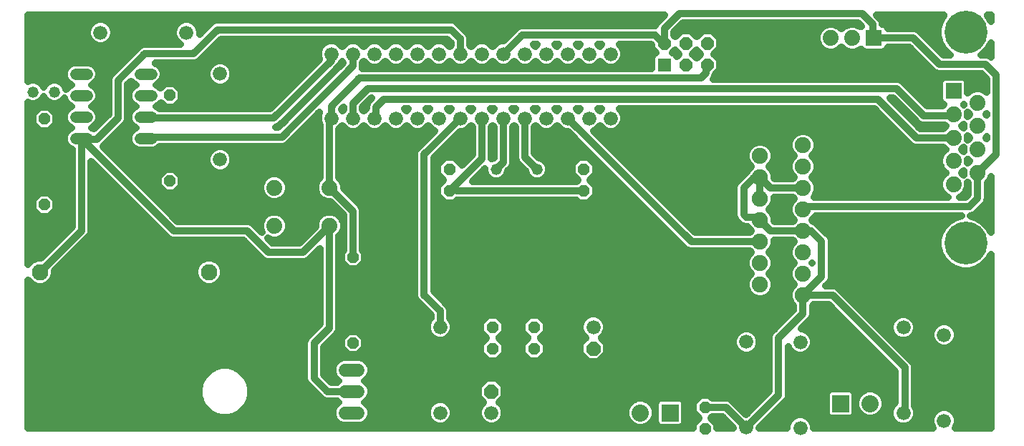
<source format=gtl>
G75*
%MOIN*%
%OFA0B0*%
%FSLAX25Y25*%
%IPPOS*%
%LPD*%
%AMOC8*
5,1,8,0,0,1.08239X$1,22.5*
%
%ADD10C,0.07677*%
%ADD11OC8,0.05600*%
%ADD12C,0.06600*%
%ADD13C,0.05200*%
%ADD14R,0.06000X0.06000*%
%ADD15OC8,0.06000*%
%ADD16R,0.07400X0.07400*%
%ADD17C,0.07400*%
%ADD18C,0.05200*%
%ADD19OC8,0.05200*%
%ADD20C,0.07480*%
%ADD21R,0.08000X0.08000*%
%ADD22C,0.08000*%
%ADD23C,0.20000*%
%ADD24C,0.06000*%
%ADD25OC8,0.06600*%
%ADD26C,0.03200*%
D10*
X0015011Y0082039D03*
X0093752Y0082039D03*
D11*
X0205661Y0120011D03*
X0205661Y0130011D03*
X0268161Y0130011D03*
X0268161Y0120011D03*
X0245100Y0056350D03*
X0225661Y0056261D03*
X0225661Y0046261D03*
X0245100Y0046350D03*
X0324539Y0018939D03*
X0324539Y0008939D03*
D12*
X0343761Y0009539D03*
X0368939Y0009411D03*
X0416911Y0016261D03*
X0435789Y0012689D03*
X0368939Y0049411D03*
X0343761Y0049539D03*
X0272600Y0056350D03*
X0201350Y0056350D03*
X0201350Y0016350D03*
X0225100Y0016350D03*
X0416911Y0056261D03*
X0435789Y0052689D03*
X0280661Y0153761D03*
X0270661Y0153761D03*
X0260661Y0153761D03*
X0250661Y0153761D03*
X0240661Y0153761D03*
X0230661Y0153761D03*
X0220661Y0153761D03*
X0210661Y0153761D03*
X0200661Y0153761D03*
X0190661Y0153761D03*
X0180661Y0153761D03*
X0170661Y0153761D03*
X0160661Y0153761D03*
X0150661Y0153761D03*
X0098761Y0134539D03*
X0098761Y0174539D03*
X0083161Y0193761D03*
X0043161Y0193761D03*
X0150661Y0183761D03*
X0160661Y0183761D03*
X0170661Y0183761D03*
X0180661Y0183761D03*
X0190661Y0183761D03*
X0200661Y0183761D03*
X0210661Y0183761D03*
X0220661Y0183761D03*
X0230661Y0183761D03*
X0240661Y0183761D03*
X0250661Y0183761D03*
X0260661Y0183761D03*
X0270661Y0183761D03*
X0280661Y0183761D03*
D13*
X0066893Y0174381D02*
X0061693Y0174381D01*
X0061693Y0164381D02*
X0066893Y0164381D01*
X0066893Y0154381D02*
X0061693Y0154381D01*
X0061693Y0144381D02*
X0066893Y0144381D01*
X0036893Y0144381D02*
X0031693Y0144381D01*
X0031693Y0154381D02*
X0036893Y0154381D01*
X0036893Y0164381D02*
X0031693Y0164381D01*
X0031693Y0174381D02*
X0036893Y0174381D01*
D14*
X0305661Y0178761D03*
D15*
X0315661Y0178761D03*
X0325661Y0178761D03*
X0325661Y0188761D03*
X0315661Y0188761D03*
X0305661Y0188761D03*
D16*
X0403161Y0191261D03*
X0440317Y0166507D03*
D17*
X0451498Y0161035D03*
X0440317Y0155602D03*
X0451498Y0150130D03*
X0440317Y0144696D03*
X0451498Y0139263D03*
X0440317Y0133791D03*
X0451498Y0128358D03*
X0440317Y0122885D03*
X0393161Y0191261D03*
X0383161Y0191261D03*
X0149711Y0121411D03*
X0124111Y0121411D03*
X0124111Y0103611D03*
X0149711Y0103611D03*
D18*
X0227411Y0130011D03*
X0246411Y0130011D03*
X0021744Y0166094D03*
X0011744Y0166094D03*
D19*
X0016980Y0153466D03*
X0075464Y0164480D03*
X0075464Y0124480D03*
X0016980Y0113466D03*
X0160789Y0088939D03*
X0160789Y0048939D03*
D20*
X0350198Y0076202D03*
X0350198Y0086202D03*
X0370198Y0081202D03*
X0370198Y0071202D03*
X0370198Y0091202D03*
X0370198Y0101202D03*
X0350198Y0096202D03*
X0350198Y0106202D03*
X0350198Y0116202D03*
X0370198Y0111202D03*
X0370198Y0121202D03*
X0350198Y0126202D03*
X0370198Y0131202D03*
X0370198Y0141202D03*
X0350198Y0136202D03*
D21*
X0387689Y0020661D03*
X0308289Y0016439D03*
D22*
X0294509Y0016439D03*
X0401468Y0020661D03*
D23*
X0445907Y0095484D03*
X0445907Y0193909D03*
D24*
X0163100Y0036350D02*
X0157100Y0036350D01*
X0157100Y0026350D02*
X0163100Y0026350D01*
X0163100Y0016350D02*
X0157100Y0016350D01*
D25*
X0225100Y0026350D03*
X0272600Y0046350D03*
D26*
X0009320Y0078432D02*
X0009320Y0009379D01*
X0318939Y0009379D01*
X0318939Y0011258D01*
X0321619Y0013939D01*
X0318939Y0016619D01*
X0318939Y0021258D01*
X0322219Y0024539D01*
X0326859Y0024539D01*
X0328059Y0023339D01*
X0335237Y0023339D01*
X0336854Y0022669D01*
X0343761Y0015762D01*
X0354450Y0026450D01*
X0354450Y0052225D01*
X0355120Y0053842D01*
X0356358Y0055080D01*
X0356358Y0055080D01*
X0365798Y0064521D01*
X0365798Y0066353D01*
X0364654Y0067498D01*
X0363658Y0069901D01*
X0363658Y0072503D01*
X0364654Y0074907D01*
X0365949Y0076202D01*
X0364654Y0077498D01*
X0363658Y0079901D01*
X0363658Y0082503D01*
X0364654Y0084907D01*
X0365949Y0086202D01*
X0364654Y0087498D01*
X0363658Y0089901D01*
X0363658Y0092503D01*
X0364654Y0094907D01*
X0365949Y0096202D01*
X0365349Y0096802D01*
X0356739Y0096802D01*
X0356739Y0094901D01*
X0355743Y0092498D01*
X0354448Y0091202D01*
X0355743Y0089907D01*
X0356739Y0087503D01*
X0356739Y0084901D01*
X0355743Y0082498D01*
X0354448Y0081202D01*
X0355743Y0079907D01*
X0356739Y0077503D01*
X0356739Y0074901D01*
X0355743Y0072498D01*
X0353903Y0070658D01*
X0351499Y0069662D01*
X0348898Y0069662D01*
X0346494Y0070658D01*
X0344654Y0072498D01*
X0343658Y0074901D01*
X0343658Y0077503D01*
X0344654Y0079907D01*
X0345949Y0081202D01*
X0344654Y0082498D01*
X0343658Y0084901D01*
X0343658Y0087503D01*
X0344654Y0089907D01*
X0345949Y0091202D01*
X0345349Y0091802D01*
X0317345Y0091802D01*
X0315728Y0092472D01*
X0314490Y0093710D01*
X0260538Y0147661D01*
X0259448Y0147661D01*
X0257206Y0148590D01*
X0255661Y0150135D01*
X0254116Y0148590D01*
X0251874Y0147661D01*
X0249448Y0147661D01*
X0247206Y0148590D01*
X0245661Y0150135D01*
X0245061Y0149535D01*
X0245061Y0137584D01*
X0247234Y0135411D01*
X0247485Y0135411D01*
X0249470Y0134589D01*
X0250989Y0133070D01*
X0251811Y0131086D01*
X0251811Y0128937D01*
X0250989Y0126953D01*
X0249470Y0125434D01*
X0247485Y0124611D01*
X0245337Y0124611D01*
X0243352Y0125434D01*
X0241833Y0126953D01*
X0241011Y0128937D01*
X0241011Y0129189D01*
X0238169Y0132031D01*
X0236931Y0133269D01*
X0236261Y0134886D01*
X0236261Y0149535D01*
X0235661Y0150135D01*
X0235061Y0149535D01*
X0235061Y0132386D01*
X0234391Y0130769D01*
X0233153Y0129531D01*
X0232811Y0129189D01*
X0232811Y0128937D01*
X0231989Y0126953D01*
X0230470Y0125434D01*
X0228485Y0124611D01*
X0226337Y0124611D01*
X0224352Y0125434D01*
X0222833Y0126953D01*
X0222011Y0128937D01*
X0222011Y0130139D01*
X0216284Y0124411D01*
X0264641Y0124411D01*
X0265241Y0125011D01*
X0262561Y0127692D01*
X0262561Y0132331D01*
X0265841Y0135611D01*
X0270481Y0135611D01*
X0273761Y0132331D01*
X0273761Y0127692D01*
X0271081Y0125011D01*
X0273761Y0122331D01*
X0273761Y0117692D01*
X0270481Y0114411D01*
X0265841Y0114411D01*
X0264641Y0115611D01*
X0209181Y0115611D01*
X0207981Y0114411D01*
X0203341Y0114411D01*
X0200061Y0117692D01*
X0200061Y0122331D01*
X0202741Y0125011D01*
X0200061Y0127692D01*
X0200061Y0132331D01*
X0203341Y0135611D01*
X0207981Y0135611D01*
X0211261Y0132331D01*
X0211261Y0131834D01*
X0216261Y0136834D01*
X0216261Y0149535D01*
X0215661Y0150135D01*
X0214116Y0148590D01*
X0211874Y0147661D01*
X0210784Y0147661D01*
X0198250Y0135128D01*
X0198250Y0073173D01*
X0203842Y0067580D01*
X0205080Y0066342D01*
X0205750Y0064725D01*
X0205750Y0060577D01*
X0206521Y0059805D01*
X0207450Y0057563D01*
X0207450Y0055137D01*
X0206521Y0052895D01*
X0204805Y0051179D01*
X0202563Y0050250D01*
X0200137Y0050250D01*
X0197895Y0051179D01*
X0196179Y0052895D01*
X0195250Y0055137D01*
X0195250Y0057563D01*
X0196179Y0059805D01*
X0196950Y0060577D01*
X0196950Y0062027D01*
X0190120Y0068858D01*
X0189450Y0070475D01*
X0189450Y0137826D01*
X0190120Y0139443D01*
X0191358Y0140681D01*
X0198663Y0147986D01*
X0197206Y0148590D01*
X0195661Y0150135D01*
X0194116Y0148590D01*
X0191874Y0147661D01*
X0189448Y0147661D01*
X0187206Y0148590D01*
X0185661Y0150135D01*
X0184116Y0148590D01*
X0181874Y0147661D01*
X0179448Y0147661D01*
X0177206Y0148590D01*
X0175661Y0150135D01*
X0174116Y0148590D01*
X0171874Y0147661D01*
X0169448Y0147661D01*
X0167206Y0148590D01*
X0165661Y0150135D01*
X0164116Y0148590D01*
X0161874Y0147661D01*
X0159448Y0147661D01*
X0157206Y0148590D01*
X0155661Y0150135D01*
X0154116Y0148590D01*
X0154111Y0148588D01*
X0154111Y0126204D01*
X0155221Y0125093D01*
X0156211Y0122704D01*
X0156211Y0121134D01*
X0164519Y0112826D01*
X0165189Y0111209D01*
X0165189Y0092175D01*
X0166189Y0091175D01*
X0166189Y0086702D01*
X0163026Y0083539D01*
X0158552Y0083539D01*
X0155389Y0086702D01*
X0155389Y0091175D01*
X0156389Y0092175D01*
X0156389Y0108511D01*
X0149988Y0114911D01*
X0148418Y0114911D01*
X0146029Y0115901D01*
X0144201Y0117729D01*
X0143211Y0120118D01*
X0143211Y0122704D01*
X0144201Y0125093D01*
X0145311Y0126204D01*
X0145311Y0150737D01*
X0144561Y0152548D01*
X0144561Y0154975D01*
X0145172Y0156449D01*
X0131330Y0142608D01*
X0130092Y0141370D01*
X0128475Y0140700D01*
X0070848Y0140700D01*
X0069952Y0139804D01*
X0067967Y0138981D01*
X0060619Y0138981D01*
X0058634Y0139804D01*
X0057115Y0141323D01*
X0056293Y0143307D01*
X0056293Y0145456D01*
X0057115Y0147440D01*
X0058634Y0148959D01*
X0059653Y0149381D01*
X0058634Y0149804D01*
X0057115Y0151323D01*
X0056293Y0153307D01*
X0056293Y0155456D01*
X0057115Y0157440D01*
X0058634Y0158959D01*
X0059653Y0159381D01*
X0058634Y0159804D01*
X0057115Y0161323D01*
X0056293Y0163307D01*
X0056293Y0165456D01*
X0057115Y0167440D01*
X0058634Y0168959D01*
X0059653Y0169381D01*
X0058634Y0169804D01*
X0057330Y0171108D01*
X0055750Y0169527D01*
X0055750Y0152975D01*
X0055080Y0151358D01*
X0045080Y0141358D01*
X0044310Y0140587D01*
X0079176Y0105720D01*
X0112255Y0105720D01*
X0113872Y0105051D01*
X0118323Y0100599D01*
X0117611Y0102318D01*
X0117611Y0104904D01*
X0118601Y0107293D01*
X0120429Y0109122D01*
X0122818Y0110111D01*
X0125404Y0110111D01*
X0127793Y0109122D01*
X0129621Y0107293D01*
X0130611Y0104904D01*
X0130611Y0102318D01*
X0129621Y0099929D01*
X0127793Y0098101D01*
X0125404Y0097111D01*
X0122818Y0097111D01*
X0121099Y0097823D01*
X0123173Y0095750D01*
X0135627Y0095750D01*
X0143211Y0103334D01*
X0143211Y0104904D01*
X0144201Y0107293D01*
X0146029Y0109122D01*
X0148418Y0110111D01*
X0151004Y0110111D01*
X0153393Y0109122D01*
X0155221Y0107293D01*
X0156211Y0104904D01*
X0156211Y0102318D01*
X0155221Y0099929D01*
X0154111Y0098819D01*
X0154111Y0055086D01*
X0153441Y0053469D01*
X0147000Y0047027D01*
X0147000Y0034423D01*
X0150673Y0030750D01*
X0153298Y0030750D01*
X0153815Y0031267D01*
X0154015Y0031350D01*
X0153815Y0031433D01*
X0152183Y0033065D01*
X0151300Y0035196D01*
X0151300Y0037504D01*
X0152183Y0039635D01*
X0153815Y0041267D01*
X0155946Y0042150D01*
X0164254Y0042150D01*
X0166385Y0041267D01*
X0168017Y0039635D01*
X0168900Y0037504D01*
X0168900Y0035196D01*
X0168017Y0033065D01*
X0166385Y0031433D01*
X0166185Y0031350D01*
X0166385Y0031267D01*
X0168017Y0029635D01*
X0168900Y0027504D01*
X0168900Y0025196D01*
X0168017Y0023065D01*
X0166385Y0021433D01*
X0166185Y0021350D01*
X0166385Y0021267D01*
X0168017Y0019635D01*
X0168900Y0017504D01*
X0168900Y0015196D01*
X0168017Y0013065D01*
X0166385Y0011433D01*
X0164254Y0010550D01*
X0155946Y0010550D01*
X0153815Y0011433D01*
X0152183Y0013065D01*
X0151300Y0015196D01*
X0151300Y0017504D01*
X0152183Y0019635D01*
X0153815Y0021267D01*
X0154015Y0021350D01*
X0153815Y0021433D01*
X0153298Y0021950D01*
X0147975Y0021950D01*
X0146358Y0022620D01*
X0145120Y0023858D01*
X0145120Y0023858D01*
X0138870Y0030108D01*
X0138200Y0031725D01*
X0138200Y0049725D01*
X0138870Y0051342D01*
X0140108Y0052580D01*
X0145311Y0057784D01*
X0145311Y0092989D01*
X0139942Y0087620D01*
X0138325Y0086950D01*
X0120475Y0086950D01*
X0118858Y0087620D01*
X0109557Y0096920D01*
X0076479Y0096920D01*
X0074862Y0097590D01*
X0038693Y0133759D01*
X0038693Y0100445D01*
X0038023Y0098828D01*
X0021650Y0082455D01*
X0021650Y0080718D01*
X0020639Y0078279D01*
X0018772Y0076411D01*
X0016332Y0075400D01*
X0013691Y0075400D01*
X0011251Y0076411D01*
X0009384Y0078279D01*
X0009320Y0078432D01*
X0009320Y0077084D02*
X0010578Y0077084D01*
X0019445Y0077084D02*
X0089318Y0077084D01*
X0089991Y0076411D02*
X0092431Y0075400D01*
X0095072Y0075400D01*
X0097512Y0076411D01*
X0099379Y0078279D01*
X0100390Y0080718D01*
X0100390Y0083359D01*
X0099379Y0085799D01*
X0097512Y0087667D01*
X0095072Y0088678D01*
X0092431Y0088678D01*
X0089991Y0087667D01*
X0088124Y0085799D01*
X0087113Y0083359D01*
X0087113Y0080718D01*
X0088124Y0078279D01*
X0089991Y0076411D01*
X0087293Y0080283D02*
X0021470Y0080283D01*
X0022677Y0083482D02*
X0087164Y0083482D01*
X0089004Y0086680D02*
X0025875Y0086680D01*
X0029074Y0089879D02*
X0116599Y0089879D01*
X0121350Y0091350D02*
X0137450Y0091350D01*
X0149711Y0103611D01*
X0149711Y0055961D01*
X0142600Y0048850D01*
X0142600Y0032600D01*
X0148850Y0026350D01*
X0160100Y0026350D01*
X0167662Y0022710D02*
X0220113Y0022710D01*
X0219000Y0023823D02*
X0221473Y0021350D01*
X0219929Y0019805D01*
X0219000Y0017563D01*
X0219000Y0015137D01*
X0219929Y0012895D01*
X0221645Y0011179D01*
X0223887Y0010250D01*
X0226313Y0010250D01*
X0228555Y0011179D01*
X0230271Y0012895D01*
X0231200Y0015137D01*
X0231200Y0017563D01*
X0230271Y0019805D01*
X0228727Y0021350D01*
X0231200Y0023823D01*
X0231200Y0028877D01*
X0227627Y0032450D01*
X0222573Y0032450D01*
X0219000Y0028877D01*
X0219000Y0023823D01*
X0219000Y0025908D02*
X0168900Y0025908D01*
X0168236Y0029107D02*
X0219230Y0029107D01*
X0222429Y0032305D02*
X0167258Y0032305D01*
X0168900Y0035504D02*
X0354450Y0035504D01*
X0354450Y0032305D02*
X0227771Y0032305D01*
X0230970Y0029107D02*
X0354450Y0029107D01*
X0353908Y0025908D02*
X0231200Y0025908D01*
X0230086Y0022710D02*
X0291880Y0022710D01*
X0290658Y0022203D02*
X0288745Y0020290D01*
X0287709Y0017791D01*
X0287709Y0015086D01*
X0288745Y0012587D01*
X0290658Y0010674D01*
X0293157Y0009639D01*
X0295862Y0009639D01*
X0298361Y0010674D01*
X0300274Y0012587D01*
X0301309Y0015086D01*
X0301309Y0017791D01*
X0300274Y0020290D01*
X0298361Y0022203D01*
X0295862Y0023239D01*
X0293157Y0023239D01*
X0290658Y0022203D01*
X0288422Y0019511D02*
X0230393Y0019511D01*
X0231200Y0016313D02*
X0287709Y0016313D01*
X0288526Y0013114D02*
X0230362Y0013114D01*
X0219838Y0013114D02*
X0206612Y0013114D01*
X0206521Y0012895D02*
X0207450Y0015137D01*
X0207450Y0017563D01*
X0206521Y0019805D01*
X0204805Y0021521D01*
X0202563Y0022450D01*
X0200137Y0022450D01*
X0197895Y0021521D01*
X0196179Y0019805D01*
X0195250Y0017563D01*
X0195250Y0015137D01*
X0196179Y0012895D01*
X0197895Y0011179D01*
X0200137Y0010250D01*
X0202563Y0010250D01*
X0204805Y0011179D01*
X0206521Y0012895D01*
X0207450Y0016313D02*
X0219000Y0016313D01*
X0219807Y0019511D02*
X0206643Y0019511D01*
X0196057Y0019511D02*
X0168068Y0019511D01*
X0168900Y0016313D02*
X0195250Y0016313D01*
X0196088Y0013114D02*
X0168038Y0013114D01*
X0152162Y0013114D02*
X0009320Y0013114D01*
X0009320Y0016313D02*
X0094285Y0016313D01*
X0093670Y0016668D02*
X0096430Y0015075D01*
X0099507Y0014250D01*
X0102693Y0014250D01*
X0105770Y0015075D01*
X0108530Y0016668D01*
X0110782Y0018920D01*
X0112375Y0021680D01*
X0113200Y0024757D01*
X0113200Y0027943D01*
X0112375Y0031020D01*
X0110782Y0033780D01*
X0108530Y0036032D01*
X0105770Y0037625D01*
X0102693Y0038450D01*
X0099507Y0038450D01*
X0096430Y0037625D01*
X0093670Y0036032D01*
X0091418Y0033780D01*
X0089825Y0031020D01*
X0089000Y0027943D01*
X0089000Y0024757D01*
X0089825Y0021680D01*
X0091418Y0018920D01*
X0093670Y0016668D01*
X0091076Y0019511D02*
X0009320Y0019511D01*
X0009320Y0022710D02*
X0089549Y0022710D01*
X0089000Y0025908D02*
X0009320Y0025908D01*
X0009320Y0029107D02*
X0089312Y0029107D01*
X0090566Y0032305D02*
X0009320Y0032305D01*
X0009320Y0035504D02*
X0093142Y0035504D01*
X0109058Y0035504D02*
X0138200Y0035504D01*
X0138200Y0032305D02*
X0111634Y0032305D01*
X0112888Y0029107D02*
X0139871Y0029107D01*
X0143069Y0025908D02*
X0113200Y0025908D01*
X0112651Y0022710D02*
X0146268Y0022710D01*
X0152132Y0019511D02*
X0111124Y0019511D01*
X0107915Y0016313D02*
X0151300Y0016313D01*
X0152942Y0032305D02*
X0149117Y0032305D01*
X0147000Y0035504D02*
X0151300Y0035504D01*
X0151797Y0038702D02*
X0147000Y0038702D01*
X0147000Y0041901D02*
X0155345Y0041901D01*
X0158552Y0043539D02*
X0163026Y0043539D01*
X0166189Y0046702D01*
X0166189Y0051175D01*
X0163026Y0054339D01*
X0158552Y0054339D01*
X0155389Y0051175D01*
X0155389Y0046702D01*
X0158552Y0043539D01*
X0156991Y0045099D02*
X0147000Y0045099D01*
X0148270Y0048298D02*
X0155389Y0048298D01*
X0155710Y0051496D02*
X0151469Y0051496D01*
X0153949Y0054695D02*
X0195433Y0054695D01*
X0197577Y0051496D02*
X0165868Y0051496D01*
X0166189Y0048298D02*
X0220061Y0048298D01*
X0220061Y0048581D02*
X0220061Y0043942D01*
X0223341Y0040661D01*
X0227981Y0040661D01*
X0231261Y0043942D01*
X0231261Y0048581D01*
X0228581Y0051261D01*
X0231261Y0053942D01*
X0231261Y0058581D01*
X0227981Y0061861D01*
X0223341Y0061861D01*
X0220061Y0058581D01*
X0220061Y0053942D01*
X0222741Y0051261D01*
X0220061Y0048581D01*
X0220061Y0045099D02*
X0164587Y0045099D01*
X0164855Y0041901D02*
X0222102Y0041901D01*
X0229220Y0041901D02*
X0241630Y0041901D01*
X0242780Y0040750D02*
X0247420Y0040750D01*
X0250700Y0044030D01*
X0250700Y0048670D01*
X0248020Y0051350D01*
X0250700Y0054030D01*
X0250700Y0058670D01*
X0247420Y0061950D01*
X0242780Y0061950D01*
X0239500Y0058670D01*
X0239500Y0054030D01*
X0242180Y0051350D01*
X0239500Y0048670D01*
X0239500Y0044030D01*
X0242780Y0040750D01*
X0248570Y0041901D02*
X0268422Y0041901D01*
X0270073Y0040250D02*
X0266500Y0043823D01*
X0266500Y0048877D01*
X0268973Y0051350D01*
X0267429Y0052895D01*
X0266500Y0055137D01*
X0266500Y0057563D01*
X0267429Y0059805D01*
X0269145Y0061521D01*
X0271387Y0062450D01*
X0273813Y0062450D01*
X0276055Y0061521D01*
X0277771Y0059805D01*
X0278700Y0057563D01*
X0278700Y0055137D01*
X0277771Y0052895D01*
X0276227Y0051350D01*
X0278700Y0048877D01*
X0278700Y0043823D01*
X0275127Y0040250D01*
X0270073Y0040250D01*
X0276778Y0041901D02*
X0354450Y0041901D01*
X0354450Y0038702D02*
X0168403Y0038702D01*
X0138200Y0038702D02*
X0009320Y0038702D01*
X0009320Y0041901D02*
X0138200Y0041901D01*
X0138200Y0045099D02*
X0009320Y0045099D01*
X0009320Y0048298D02*
X0138200Y0048298D01*
X0139024Y0051496D02*
X0009320Y0051496D01*
X0009320Y0054695D02*
X0142222Y0054695D01*
X0145311Y0057893D02*
X0009320Y0057893D01*
X0009320Y0061092D02*
X0145311Y0061092D01*
X0145311Y0064290D02*
X0009320Y0064290D01*
X0009320Y0067489D02*
X0145311Y0067489D01*
X0145311Y0070687D02*
X0009320Y0070687D01*
X0009320Y0073886D02*
X0145311Y0073886D01*
X0145311Y0077084D02*
X0098185Y0077084D01*
X0100210Y0080283D02*
X0145311Y0080283D01*
X0145311Y0083482D02*
X0100340Y0083482D01*
X0098499Y0086680D02*
X0145311Y0086680D01*
X0145311Y0089879D02*
X0142201Y0089879D01*
X0136153Y0096276D02*
X0122647Y0096276D01*
X0121350Y0091350D02*
X0111380Y0101320D01*
X0077354Y0101320D01*
X0034293Y0144381D01*
X0034824Y0143850D01*
X0041350Y0143850D01*
X0051350Y0153850D01*
X0051350Y0171350D01*
X0063850Y0183850D01*
X0086350Y0183850D01*
X0097600Y0195100D01*
X0206350Y0195100D01*
X0210661Y0190789D01*
X0210661Y0183761D01*
X0205661Y0180135D02*
X0207206Y0178590D01*
X0209448Y0177661D01*
X0211874Y0177661D01*
X0214116Y0178590D01*
X0215661Y0180135D01*
X0217206Y0178590D01*
X0219448Y0177661D01*
X0221874Y0177661D01*
X0224116Y0178590D01*
X0225661Y0180135D01*
X0227206Y0178590D01*
X0229448Y0177661D01*
X0231874Y0177661D01*
X0234116Y0178590D01*
X0235661Y0180135D01*
X0237206Y0178590D01*
X0239448Y0177661D01*
X0241874Y0177661D01*
X0244116Y0178590D01*
X0245661Y0180135D01*
X0247206Y0178590D01*
X0249448Y0177661D01*
X0251874Y0177661D01*
X0254116Y0178590D01*
X0255661Y0180135D01*
X0257206Y0178590D01*
X0259448Y0177661D01*
X0261874Y0177661D01*
X0264116Y0178590D01*
X0265661Y0180135D01*
X0267206Y0178590D01*
X0269448Y0177661D01*
X0271874Y0177661D01*
X0274116Y0178590D01*
X0275661Y0180135D01*
X0277206Y0178590D01*
X0279448Y0177661D01*
X0281874Y0177661D01*
X0284116Y0178590D01*
X0285832Y0180306D01*
X0286761Y0182548D01*
X0286761Y0184975D01*
X0285832Y0187217D01*
X0284849Y0188200D01*
X0299527Y0188200D01*
X0299861Y0187866D01*
X0299861Y0186359D01*
X0301789Y0184431D01*
X0301075Y0184135D01*
X0300287Y0183347D01*
X0299861Y0182318D01*
X0299861Y0177000D01*
X0164943Y0177000D01*
X0165061Y0177286D01*
X0165061Y0179535D01*
X0165661Y0180135D01*
X0167206Y0178590D01*
X0169448Y0177661D01*
X0171874Y0177661D01*
X0174116Y0178590D01*
X0175661Y0180135D01*
X0177206Y0178590D01*
X0179448Y0177661D01*
X0181874Y0177661D01*
X0184116Y0178590D01*
X0185661Y0180135D01*
X0187206Y0178590D01*
X0189448Y0177661D01*
X0191874Y0177661D01*
X0194116Y0178590D01*
X0195661Y0180135D01*
X0197206Y0178590D01*
X0199448Y0177661D01*
X0201874Y0177661D01*
X0204116Y0178590D01*
X0205661Y0180135D01*
X0204963Y0179437D02*
X0206359Y0179437D01*
X0214963Y0179437D02*
X0216359Y0179437D01*
X0224963Y0179437D02*
X0226359Y0179437D01*
X0230661Y0183761D02*
X0239500Y0192600D01*
X0301350Y0192600D01*
X0305189Y0188761D01*
X0305661Y0188761D01*
X0305661Y0195661D01*
X0312600Y0202600D01*
X0397600Y0202600D01*
X0402600Y0197600D01*
X0402600Y0191822D01*
X0403161Y0191261D01*
X0421439Y0191261D01*
X0433850Y0178850D01*
X0455100Y0178850D01*
X0460100Y0173850D01*
X0460100Y0136960D01*
X0451498Y0128358D01*
X0451498Y0116498D01*
X0447600Y0112600D01*
X0371596Y0112600D01*
X0370198Y0111202D01*
X0364003Y0109070D02*
X0356090Y0109070D01*
X0355743Y0109907D02*
X0354448Y0111202D01*
X0355743Y0112498D01*
X0356739Y0114901D01*
X0356739Y0116802D01*
X0365349Y0116802D01*
X0365949Y0116202D01*
X0364654Y0114907D01*
X0363658Y0112503D01*
X0363658Y0109901D01*
X0364654Y0107498D01*
X0365949Y0106202D01*
X0365349Y0105602D01*
X0357021Y0105602D01*
X0356739Y0105885D01*
X0356739Y0107503D01*
X0355743Y0109907D01*
X0356752Y0105871D02*
X0365618Y0105871D01*
X0374448Y0106202D02*
X0375171Y0105479D01*
X0376490Y0104932D01*
X0381342Y0100080D01*
X0382580Y0098842D01*
X0383250Y0097225D01*
X0383250Y0078979D01*
X0382580Y0077362D01*
X0380821Y0075602D01*
X0384873Y0075602D01*
X0386490Y0074932D01*
X0420092Y0041330D01*
X0421330Y0040092D01*
X0422000Y0038475D01*
X0422000Y0019799D01*
X0422082Y0019717D01*
X0423011Y0017475D01*
X0423011Y0015048D01*
X0422082Y0012806D01*
X0420366Y0011090D01*
X0418124Y0010161D01*
X0415698Y0010161D01*
X0413456Y0011090D01*
X0411740Y0012806D01*
X0410811Y0015048D01*
X0410811Y0017475D01*
X0411740Y0019717D01*
X0413200Y0021177D01*
X0413200Y0035777D01*
X0382175Y0066802D01*
X0375048Y0066802D01*
X0374598Y0066353D01*
X0374598Y0061823D01*
X0373929Y0060206D01*
X0372691Y0058968D01*
X0372691Y0058968D01*
X0369234Y0055511D01*
X0370152Y0055511D01*
X0372394Y0054582D01*
X0374110Y0052866D01*
X0375039Y0050624D01*
X0375039Y0048198D01*
X0374110Y0045956D01*
X0372394Y0044240D01*
X0370152Y0043311D01*
X0367725Y0043311D01*
X0365483Y0044240D01*
X0363767Y0045956D01*
X0363250Y0047204D01*
X0363250Y0023752D01*
X0362580Y0022135D01*
X0349861Y0009416D01*
X0349861Y0009379D01*
X0362839Y0009379D01*
X0362839Y0010624D01*
X0363767Y0012866D01*
X0365483Y0014582D01*
X0367725Y0015511D01*
X0370152Y0015511D01*
X0372394Y0014582D01*
X0374110Y0012866D01*
X0375039Y0010624D01*
X0375039Y0009379D01*
X0430557Y0009379D01*
X0429689Y0011475D01*
X0429689Y0013902D01*
X0430618Y0016144D01*
X0432334Y0017860D01*
X0434576Y0018789D01*
X0437002Y0018789D01*
X0439244Y0017860D01*
X0440960Y0016144D01*
X0441889Y0013902D01*
X0441889Y0011475D01*
X0441021Y0009379D01*
X0457750Y0009379D01*
X0457750Y0090396D01*
X0456150Y0087624D01*
X0453766Y0085241D01*
X0450848Y0083556D01*
X0447592Y0082684D01*
X0444222Y0082684D01*
X0440966Y0083556D01*
X0438048Y0085241D01*
X0435665Y0087624D01*
X0433979Y0090543D01*
X0433107Y0093799D01*
X0433107Y0097169D01*
X0433979Y0100424D01*
X0435665Y0103343D01*
X0438048Y0105726D01*
X0440966Y0107412D01*
X0443909Y0108200D01*
X0376034Y0108200D01*
X0375743Y0107498D01*
X0374448Y0106202D01*
X0374779Y0105871D02*
X0438298Y0105871D01*
X0447905Y0108200D02*
X0448475Y0108200D01*
X0450092Y0108870D01*
X0451330Y0110108D01*
X0455228Y0114005D01*
X0455898Y0115622D01*
X0455898Y0117373D01*
X0455898Y0123565D01*
X0457008Y0124676D01*
X0457750Y0126467D01*
X0457750Y0100571D01*
X0456150Y0103343D01*
X0453766Y0105726D01*
X0450848Y0107412D01*
X0447905Y0108200D01*
X0450292Y0109070D02*
X0457750Y0109070D01*
X0457750Y0105871D02*
X0453516Y0105871D01*
X0456537Y0102673D02*
X0457750Y0102673D01*
X0435277Y0102673D02*
X0378750Y0102673D01*
X0381948Y0099474D02*
X0433725Y0099474D01*
X0433107Y0096276D02*
X0383250Y0096276D01*
X0383250Y0093077D02*
X0433300Y0093077D01*
X0434363Y0089879D02*
X0383250Y0089879D01*
X0383250Y0086680D02*
X0436609Y0086680D01*
X0441245Y0083482D02*
X0383250Y0083482D01*
X0383250Y0080283D02*
X0457750Y0080283D01*
X0457750Y0077084D02*
X0382303Y0077084D01*
X0378850Y0079854D02*
X0370198Y0071202D01*
X0370198Y0062698D01*
X0358850Y0051350D01*
X0358850Y0024628D01*
X0343761Y0009539D01*
X0334362Y0018939D01*
X0324539Y0018939D01*
X0318939Y0019511D02*
X0315089Y0019511D01*
X0315089Y0020996D02*
X0314663Y0022025D01*
X0313875Y0022812D01*
X0312846Y0023239D01*
X0303732Y0023239D01*
X0302703Y0022812D01*
X0301915Y0022025D01*
X0301489Y0020996D01*
X0301489Y0011882D01*
X0301915Y0010853D01*
X0302703Y0010065D01*
X0303732Y0009639D01*
X0312846Y0009639D01*
X0313875Y0010065D01*
X0314663Y0010853D01*
X0315089Y0011882D01*
X0315089Y0020996D01*
X0313978Y0022710D02*
X0320391Y0022710D01*
X0319245Y0016313D02*
X0315089Y0016313D01*
X0315089Y0013114D02*
X0320795Y0013114D01*
X0318939Y0009916D02*
X0313515Y0009916D01*
X0303063Y0009916D02*
X0296531Y0009916D01*
X0292488Y0009916D02*
X0009320Y0009916D01*
X0154111Y0057893D02*
X0195387Y0057893D01*
X0196950Y0061092D02*
X0154111Y0061092D01*
X0154111Y0064290D02*
X0194687Y0064290D01*
X0191488Y0067489D02*
X0154111Y0067489D01*
X0154111Y0070687D02*
X0189450Y0070687D01*
X0189450Y0073886D02*
X0154111Y0073886D01*
X0154111Y0077084D02*
X0189450Y0077084D01*
X0189450Y0080283D02*
X0154111Y0080283D01*
X0154111Y0083482D02*
X0189450Y0083482D01*
X0198250Y0083482D02*
X0344246Y0083482D01*
X0343658Y0086680D02*
X0198250Y0086680D01*
X0198250Y0089879D02*
X0344642Y0089879D01*
X0355755Y0089879D02*
X0363668Y0089879D01*
X0365472Y0086680D02*
X0356739Y0086680D01*
X0356150Y0083482D02*
X0364063Y0083482D01*
X0363658Y0080283D02*
X0355367Y0080283D01*
X0356739Y0077084D02*
X0365067Y0077084D01*
X0364231Y0073886D02*
X0356318Y0073886D01*
X0353933Y0070687D02*
X0363658Y0070687D01*
X0370198Y0071202D02*
X0383998Y0071202D01*
X0417600Y0037600D01*
X0417600Y0016950D01*
X0416911Y0016261D01*
X0410811Y0016313D02*
X0406737Y0016313D01*
X0407233Y0016809D02*
X0408268Y0019308D01*
X0408268Y0022014D01*
X0407233Y0024513D01*
X0405320Y0026426D01*
X0402821Y0027461D01*
X0400116Y0027461D01*
X0397616Y0026426D01*
X0395703Y0024513D01*
X0394668Y0022014D01*
X0394668Y0019308D01*
X0395703Y0016809D01*
X0397616Y0014896D01*
X0400116Y0013861D01*
X0402821Y0013861D01*
X0405320Y0014896D01*
X0407233Y0016809D01*
X0411612Y0013114D02*
X0373862Y0013114D01*
X0380889Y0016104D02*
X0381315Y0015075D01*
X0382103Y0014287D01*
X0383132Y0013861D01*
X0392246Y0013861D01*
X0393275Y0014287D01*
X0394062Y0015075D01*
X0394489Y0016104D01*
X0394489Y0025218D01*
X0394062Y0026247D01*
X0393275Y0027035D01*
X0392246Y0027461D01*
X0383132Y0027461D01*
X0382103Y0027035D01*
X0381315Y0026247D01*
X0380889Y0025218D01*
X0380889Y0016104D01*
X0380889Y0016313D02*
X0356758Y0016313D01*
X0353559Y0013114D02*
X0364015Y0013114D01*
X0362839Y0009916D02*
X0350361Y0009916D01*
X0337661Y0009416D02*
X0337661Y0009379D01*
X0330139Y0009379D01*
X0330139Y0011258D01*
X0327459Y0013939D01*
X0328059Y0014539D01*
X0332539Y0014539D01*
X0337661Y0009416D01*
X0337162Y0009916D02*
X0330139Y0009916D01*
X0328283Y0013114D02*
X0333964Y0013114D01*
X0343210Y0016313D02*
X0344313Y0016313D01*
X0347511Y0019511D02*
X0340012Y0019511D01*
X0336755Y0022710D02*
X0350710Y0022710D01*
X0359956Y0019511D02*
X0380889Y0019511D01*
X0380889Y0022710D02*
X0362818Y0022710D01*
X0363250Y0025908D02*
X0381175Y0025908D01*
X0394203Y0025908D02*
X0397099Y0025908D01*
X0394956Y0022710D02*
X0394489Y0022710D01*
X0394489Y0019511D02*
X0394668Y0019511D01*
X0394489Y0016313D02*
X0396200Y0016313D01*
X0408268Y0019511D02*
X0411655Y0019511D01*
X0413200Y0022710D02*
X0407980Y0022710D01*
X0405837Y0025908D02*
X0413200Y0025908D01*
X0413200Y0029107D02*
X0363250Y0029107D01*
X0363250Y0032305D02*
X0413200Y0032305D01*
X0413200Y0035504D02*
X0363250Y0035504D01*
X0363250Y0038702D02*
X0410275Y0038702D01*
X0407077Y0041901D02*
X0363250Y0041901D01*
X0363250Y0045099D02*
X0364624Y0045099D01*
X0373254Y0045099D02*
X0403878Y0045099D01*
X0400680Y0048298D02*
X0375039Y0048298D01*
X0374677Y0051496D02*
X0397481Y0051496D01*
X0394283Y0054695D02*
X0372122Y0054695D01*
X0371616Y0057893D02*
X0391084Y0057893D01*
X0387886Y0061092D02*
X0374296Y0061092D01*
X0374598Y0064290D02*
X0384687Y0064290D01*
X0393934Y0067489D02*
X0457750Y0067489D01*
X0457750Y0064290D02*
X0397132Y0064290D01*
X0400331Y0061092D02*
X0413115Y0061092D01*
X0413456Y0061433D02*
X0411740Y0059717D01*
X0410811Y0057475D01*
X0410811Y0055048D01*
X0411740Y0052806D01*
X0413456Y0051090D01*
X0415698Y0050161D01*
X0418124Y0050161D01*
X0420366Y0051090D01*
X0422082Y0052806D01*
X0423011Y0055048D01*
X0423011Y0057475D01*
X0422082Y0059717D01*
X0420366Y0061433D01*
X0418124Y0062361D01*
X0415698Y0062361D01*
X0413456Y0061433D01*
X0420707Y0061092D02*
X0457750Y0061092D01*
X0457750Y0057893D02*
X0439163Y0057893D01*
X0439244Y0057860D02*
X0437002Y0058789D01*
X0434576Y0058789D01*
X0432334Y0057860D01*
X0430618Y0056144D01*
X0429689Y0053902D01*
X0429689Y0051475D01*
X0430618Y0049233D01*
X0432334Y0047517D01*
X0434576Y0046589D01*
X0437002Y0046589D01*
X0439244Y0047517D01*
X0440960Y0049233D01*
X0441889Y0051475D01*
X0441889Y0053902D01*
X0440960Y0056144D01*
X0439244Y0057860D01*
X0441561Y0054695D02*
X0457750Y0054695D01*
X0457750Y0051496D02*
X0441889Y0051496D01*
X0440025Y0048298D02*
X0457750Y0048298D01*
X0457750Y0045099D02*
X0416323Y0045099D01*
X0413125Y0048298D02*
X0431553Y0048298D01*
X0429689Y0051496D02*
X0420773Y0051496D01*
X0422865Y0054695D02*
X0430017Y0054695D01*
X0432415Y0057893D02*
X0422838Y0057893D01*
X0410984Y0057893D02*
X0403529Y0057893D01*
X0406728Y0054695D02*
X0410957Y0054695D01*
X0409926Y0051496D02*
X0413049Y0051496D01*
X0419522Y0041901D02*
X0457750Y0041901D01*
X0457750Y0038702D02*
X0421906Y0038702D01*
X0422000Y0035504D02*
X0457750Y0035504D01*
X0457750Y0032305D02*
X0422000Y0032305D01*
X0422000Y0029107D02*
X0457750Y0029107D01*
X0457750Y0025908D02*
X0422000Y0025908D01*
X0422000Y0022710D02*
X0457750Y0022710D01*
X0457750Y0019511D02*
X0422167Y0019511D01*
X0423011Y0016313D02*
X0430786Y0016313D01*
X0429689Y0013114D02*
X0422210Y0013114D01*
X0430335Y0009916D02*
X0375039Y0009916D01*
X0440791Y0016313D02*
X0457750Y0016313D01*
X0457750Y0013114D02*
X0441889Y0013114D01*
X0441243Y0009916D02*
X0457750Y0009916D01*
X0354450Y0045099D02*
X0347949Y0045099D01*
X0347217Y0044368D02*
X0348933Y0046084D01*
X0349861Y0048326D01*
X0349861Y0050752D01*
X0348933Y0052994D01*
X0347217Y0054710D01*
X0344975Y0055639D01*
X0342548Y0055639D01*
X0340306Y0054710D01*
X0338590Y0052994D01*
X0337661Y0050752D01*
X0337661Y0048326D01*
X0338590Y0046084D01*
X0340306Y0044368D01*
X0342548Y0043439D01*
X0344975Y0043439D01*
X0347217Y0044368D01*
X0349850Y0048298D02*
X0354450Y0048298D01*
X0354450Y0051496D02*
X0349553Y0051496D01*
X0347232Y0054695D02*
X0355972Y0054695D01*
X0359171Y0057893D02*
X0278563Y0057893D01*
X0276485Y0061092D02*
X0362369Y0061092D01*
X0365568Y0064290D02*
X0205750Y0064290D01*
X0203934Y0067489D02*
X0364663Y0067489D01*
X0346464Y0070687D02*
X0200735Y0070687D01*
X0198250Y0073886D02*
X0344079Y0073886D01*
X0343658Y0077084D02*
X0198250Y0077084D01*
X0198250Y0080283D02*
X0345030Y0080283D01*
X0374448Y0086202D02*
X0374450Y0086200D01*
X0374450Y0086205D01*
X0374448Y0086202D01*
X0378850Y0079854D02*
X0378850Y0096350D01*
X0373998Y0101202D01*
X0370198Y0101202D01*
X0355198Y0101202D01*
X0350198Y0106202D01*
X0348801Y0107600D01*
X0343850Y0107600D01*
X0342600Y0108850D01*
X0342600Y0121350D01*
X0347452Y0126202D01*
X0350198Y0126202D01*
X0350198Y0116202D01*
X0355513Y0112268D02*
X0363658Y0112268D01*
X0365214Y0115467D02*
X0356739Y0115467D01*
X0355198Y0121202D02*
X0350198Y0126202D01*
X0356425Y0128261D02*
X0364338Y0128261D01*
X0364654Y0127498D02*
X0365949Y0126202D01*
X0365349Y0125602D01*
X0357021Y0125602D01*
X0356739Y0125885D01*
X0356739Y0127503D01*
X0355743Y0129907D01*
X0354448Y0131202D01*
X0355743Y0132498D01*
X0356739Y0134901D01*
X0356739Y0137503D01*
X0355743Y0139907D01*
X0353903Y0141747D01*
X0351499Y0142743D01*
X0348898Y0142743D01*
X0346494Y0141747D01*
X0344654Y0139907D01*
X0343658Y0137503D01*
X0343658Y0134901D01*
X0344654Y0132498D01*
X0345949Y0131202D01*
X0344654Y0129907D01*
X0344456Y0129428D01*
X0340108Y0125080D01*
X0338870Y0123842D01*
X0338200Y0122225D01*
X0338200Y0107975D01*
X0338870Y0106358D01*
X0340120Y0105108D01*
X0341358Y0103870D01*
X0342975Y0103200D01*
X0344363Y0103200D01*
X0344654Y0102498D01*
X0345949Y0101202D01*
X0345349Y0100602D01*
X0320043Y0100602D01*
X0272659Y0147986D01*
X0274116Y0148590D01*
X0275661Y0150135D01*
X0277206Y0148590D01*
X0279448Y0147661D01*
X0281874Y0147661D01*
X0284116Y0148590D01*
X0285832Y0150306D01*
X0286761Y0152548D01*
X0286761Y0154975D01*
X0285832Y0157217D01*
X0284849Y0158200D01*
X0403277Y0158200D01*
X0420511Y0140966D01*
X0422128Y0140296D01*
X0435524Y0140296D01*
X0436577Y0139244D01*
X0434806Y0137473D01*
X0433817Y0135084D01*
X0433817Y0132498D01*
X0434806Y0130109D01*
X0436577Y0128338D01*
X0434806Y0126567D01*
X0433817Y0124178D01*
X0433817Y0121592D01*
X0434806Y0119203D01*
X0436635Y0117375D01*
X0437540Y0117000D01*
X0375245Y0117000D01*
X0375743Y0117498D01*
X0376739Y0119901D01*
X0376739Y0122503D01*
X0375743Y0124907D01*
X0374448Y0126202D01*
X0375743Y0127498D01*
X0376739Y0129901D01*
X0376739Y0132503D01*
X0375743Y0134907D01*
X0374448Y0136202D01*
X0375743Y0137498D01*
X0376739Y0139901D01*
X0376739Y0142503D01*
X0375743Y0144907D01*
X0373903Y0146747D01*
X0371499Y0147743D01*
X0368898Y0147743D01*
X0366494Y0146747D01*
X0364654Y0144907D01*
X0363658Y0142503D01*
X0363658Y0139901D01*
X0364654Y0137498D01*
X0365949Y0136202D01*
X0364654Y0134907D01*
X0363658Y0132503D01*
X0363658Y0129901D01*
X0364654Y0127498D01*
X0363658Y0131459D02*
X0354704Y0131459D01*
X0356638Y0134658D02*
X0364551Y0134658D01*
X0364505Y0137856D02*
X0356592Y0137856D01*
X0354595Y0141055D02*
X0363658Y0141055D01*
X0364383Y0144253D02*
X0276392Y0144253D01*
X0273193Y0147452D02*
X0368196Y0147452D01*
X0372201Y0147452D02*
X0414026Y0147452D01*
X0417224Y0144253D02*
X0376014Y0144253D01*
X0376739Y0141055D02*
X0420423Y0141055D01*
X0423004Y0144696D02*
X0405100Y0162600D01*
X0175100Y0162600D01*
X0171350Y0158850D01*
X0171350Y0154450D01*
X0170661Y0153761D01*
X0166950Y0158677D02*
X0165661Y0157388D01*
X0165061Y0157988D01*
X0165061Y0158838D01*
X0169423Y0163200D01*
X0169477Y0163200D01*
X0168858Y0162580D01*
X0167620Y0161342D01*
X0166950Y0159725D01*
X0166950Y0158677D01*
X0167166Y0160246D02*
X0166468Y0160246D01*
X0160661Y0160661D02*
X0167600Y0167600D01*
X0413850Y0167600D01*
X0426350Y0155100D01*
X0439815Y0155100D01*
X0440317Y0155602D01*
X0446817Y0156524D02*
X0446817Y0154641D01*
X0447758Y0155582D01*
X0446817Y0156524D01*
X0444998Y0160113D02*
X0444948Y0160163D01*
X0444998Y0160183D01*
X0444998Y0160113D01*
X0435685Y0160163D02*
X0435022Y0159500D01*
X0428173Y0159500D01*
X0416342Y0171330D01*
X0414725Y0172000D01*
X0328223Y0172000D01*
X0328830Y0172608D01*
X0329500Y0174225D01*
X0329500Y0174398D01*
X0331461Y0176359D01*
X0331461Y0181164D01*
X0328863Y0183761D01*
X0331461Y0186359D01*
X0331461Y0191164D01*
X0328063Y0194561D01*
X0323259Y0194561D01*
X0320661Y0191964D01*
X0318063Y0194561D01*
X0313259Y0194561D01*
X0310661Y0191964D01*
X0310061Y0192564D01*
X0310061Y0193838D01*
X0314423Y0198200D01*
X0395777Y0198200D01*
X0397259Y0196719D01*
X0397087Y0196547D01*
X0397081Y0196533D01*
X0396843Y0196772D01*
X0394454Y0197761D01*
X0391868Y0197761D01*
X0389479Y0196772D01*
X0388161Y0195454D01*
X0386843Y0196772D01*
X0384454Y0197761D01*
X0381868Y0197761D01*
X0379479Y0196772D01*
X0377651Y0194943D01*
X0376661Y0192554D01*
X0376661Y0189968D01*
X0377651Y0187579D01*
X0379479Y0185751D01*
X0381868Y0184761D01*
X0384454Y0184761D01*
X0386843Y0185751D01*
X0388161Y0187069D01*
X0389479Y0185751D01*
X0391868Y0184761D01*
X0394454Y0184761D01*
X0396843Y0185751D01*
X0397081Y0185989D01*
X0397087Y0185975D01*
X0397875Y0185188D01*
X0398904Y0184761D01*
X0407418Y0184761D01*
X0408447Y0185188D01*
X0409235Y0185975D01*
X0409602Y0186861D01*
X0419616Y0186861D01*
X0430120Y0176358D01*
X0430120Y0176358D01*
X0431358Y0175120D01*
X0432975Y0174450D01*
X0453277Y0174450D01*
X0455700Y0172027D01*
X0455700Y0166025D01*
X0455180Y0166545D01*
X0452791Y0167535D01*
X0450205Y0167535D01*
X0447816Y0166545D01*
X0446817Y0165546D01*
X0446817Y0170764D01*
X0446390Y0171794D01*
X0445603Y0172581D01*
X0444573Y0173007D01*
X0436060Y0173007D01*
X0435030Y0172581D01*
X0434243Y0171794D01*
X0433817Y0170764D01*
X0433817Y0162251D01*
X0434243Y0161221D01*
X0435030Y0160434D01*
X0435685Y0160163D01*
X0435484Y0160246D02*
X0427427Y0160246D01*
X0418180Y0157047D02*
X0416875Y0157047D01*
X0414982Y0160246D02*
X0413677Y0160246D01*
X0412027Y0163200D02*
X0410723Y0163200D01*
X0424826Y0149096D01*
X0435524Y0149096D01*
X0436577Y0150149D01*
X0436026Y0150700D01*
X0425475Y0150700D01*
X0423858Y0151370D01*
X0422620Y0152608D01*
X0422620Y0152608D01*
X0412027Y0163200D01*
X0421030Y0166643D02*
X0433817Y0166643D01*
X0433817Y0163444D02*
X0424228Y0163444D01*
X0417831Y0169841D02*
X0433817Y0169841D01*
X0446817Y0169841D02*
X0455700Y0169841D01*
X0454688Y0173040D02*
X0329009Y0173040D01*
X0325100Y0175100D02*
X0325100Y0178200D01*
X0325661Y0178761D01*
X0325100Y0175100D02*
X0322600Y0172600D01*
X0163850Y0172600D01*
X0150661Y0159411D01*
X0150661Y0153761D01*
X0149711Y0152811D01*
X0149711Y0121411D01*
X0160789Y0110333D01*
X0160789Y0088939D01*
X0166189Y0089879D02*
X0189450Y0089879D01*
X0189450Y0086680D02*
X0166167Y0086680D01*
X0155411Y0086680D02*
X0154111Y0086680D01*
X0154111Y0089879D02*
X0155389Y0089879D01*
X0156389Y0093077D02*
X0154111Y0093077D01*
X0154111Y0096276D02*
X0156389Y0096276D01*
X0156389Y0099474D02*
X0154766Y0099474D01*
X0156211Y0102673D02*
X0156389Y0102673D01*
X0156389Y0105871D02*
X0155811Y0105871D01*
X0155830Y0109070D02*
X0153445Y0109070D01*
X0152632Y0112268D02*
X0072629Y0112268D01*
X0069430Y0115467D02*
X0121478Y0115467D01*
X0120429Y0115901D02*
X0122818Y0114911D01*
X0125404Y0114911D01*
X0127793Y0115901D01*
X0129621Y0117729D01*
X0130611Y0120118D01*
X0130611Y0122704D01*
X0129621Y0125093D01*
X0127793Y0126922D01*
X0125404Y0127911D01*
X0122818Y0127911D01*
X0120429Y0126922D01*
X0118601Y0125093D01*
X0117611Y0122704D01*
X0117611Y0120118D01*
X0118601Y0117729D01*
X0120429Y0115901D01*
X0126744Y0115467D02*
X0147078Y0115467D01*
X0143813Y0118665D02*
X0130009Y0118665D01*
X0130611Y0121864D02*
X0143211Y0121864D01*
X0144188Y0125062D02*
X0129634Y0125062D01*
X0118588Y0125062D02*
X0080864Y0125062D01*
X0080864Y0126717D02*
X0077701Y0129880D01*
X0073227Y0129880D01*
X0070064Y0126717D01*
X0070064Y0122243D01*
X0073227Y0119080D01*
X0077701Y0119080D01*
X0080864Y0122243D01*
X0080864Y0126717D01*
X0079320Y0128261D02*
X0145311Y0128261D01*
X0145311Y0131459D02*
X0104088Y0131459D01*
X0103933Y0131084D02*
X0104861Y0133326D01*
X0104861Y0135752D01*
X0103933Y0137994D01*
X0102217Y0139710D01*
X0099975Y0140639D01*
X0097548Y0140639D01*
X0095306Y0139710D01*
X0093590Y0137994D01*
X0092661Y0135752D01*
X0092661Y0133326D01*
X0093590Y0131084D01*
X0095306Y0129368D01*
X0097548Y0128439D01*
X0099975Y0128439D01*
X0102217Y0129368D01*
X0103933Y0131084D01*
X0104861Y0134658D02*
X0145311Y0134658D01*
X0145311Y0137856D02*
X0103990Y0137856D01*
X0093533Y0137856D02*
X0047041Y0137856D01*
X0044777Y0141055D02*
X0057383Y0141055D01*
X0056293Y0144253D02*
X0047976Y0144253D01*
X0051174Y0147452D02*
X0057126Y0147452D01*
X0064293Y0144381D02*
X0065011Y0145100D01*
X0127600Y0145100D01*
X0160661Y0178161D01*
X0160661Y0183761D01*
X0156037Y0179759D02*
X0125777Y0149500D01*
X0124846Y0149500D01*
X0126342Y0150120D01*
X0127580Y0151358D01*
X0154391Y0178169D01*
X0154883Y0179357D01*
X0155661Y0180135D01*
X0156037Y0179759D01*
X0155714Y0179437D02*
X0154963Y0179437D01*
X0152516Y0176238D02*
X0152461Y0176238D01*
X0143214Y0179437D02*
X0102490Y0179437D01*
X0102217Y0179710D02*
X0103933Y0177994D01*
X0104861Y0175752D01*
X0104861Y0173326D01*
X0103933Y0171084D01*
X0102217Y0169368D01*
X0099975Y0168439D01*
X0097548Y0168439D01*
X0095306Y0169368D01*
X0093590Y0171084D01*
X0092661Y0173326D01*
X0092661Y0175752D01*
X0093590Y0177994D01*
X0095306Y0179710D01*
X0097548Y0180639D01*
X0099975Y0180639D01*
X0102217Y0179710D01*
X0104660Y0176238D02*
X0140016Y0176238D01*
X0136817Y0173040D02*
X0104743Y0173040D01*
X0102690Y0169841D02*
X0133619Y0169841D01*
X0130420Y0166643D02*
X0080864Y0166643D01*
X0080864Y0166717D02*
X0077701Y0169880D01*
X0073227Y0169880D01*
X0071129Y0167782D01*
X0069952Y0168959D01*
X0068933Y0169381D01*
X0069952Y0169804D01*
X0071471Y0171323D01*
X0072293Y0173307D01*
X0072293Y0175456D01*
X0071471Y0177440D01*
X0069952Y0178959D01*
X0068767Y0179450D01*
X0087225Y0179450D01*
X0088842Y0180120D01*
X0090080Y0181358D01*
X0099423Y0190700D01*
X0204527Y0190700D01*
X0206261Y0188966D01*
X0206261Y0187988D01*
X0205661Y0187388D01*
X0204116Y0188933D01*
X0201874Y0189861D01*
X0199448Y0189861D01*
X0197206Y0188933D01*
X0195661Y0187388D01*
X0194116Y0188933D01*
X0191874Y0189861D01*
X0189448Y0189861D01*
X0187206Y0188933D01*
X0185661Y0187388D01*
X0184116Y0188933D01*
X0181874Y0189861D01*
X0179448Y0189861D01*
X0177206Y0188933D01*
X0175661Y0187388D01*
X0174116Y0188933D01*
X0171874Y0189861D01*
X0169448Y0189861D01*
X0167206Y0188933D01*
X0165661Y0187388D01*
X0164116Y0188933D01*
X0161874Y0189861D01*
X0159448Y0189861D01*
X0157206Y0188933D01*
X0155661Y0187388D01*
X0154116Y0188933D01*
X0151874Y0189861D01*
X0149448Y0189861D01*
X0147206Y0188933D01*
X0145490Y0187217D01*
X0144561Y0184975D01*
X0144561Y0182548D01*
X0145078Y0181300D01*
X0122027Y0158250D01*
X0070661Y0158250D01*
X0069952Y0158959D01*
X0068933Y0159381D01*
X0069952Y0159804D01*
X0071228Y0161080D01*
X0073227Y0159080D01*
X0077701Y0159080D01*
X0080864Y0162243D01*
X0080864Y0166717D01*
X0080864Y0163444D02*
X0127222Y0163444D01*
X0124023Y0160246D02*
X0078867Y0160246D01*
X0072062Y0160246D02*
X0070394Y0160246D01*
X0064293Y0154381D02*
X0064824Y0153850D01*
X0123850Y0153850D01*
X0150661Y0180661D01*
X0150661Y0183761D01*
X0144917Y0185834D02*
X0094556Y0185834D01*
X0091358Y0182635D02*
X0144561Y0182635D01*
X0147446Y0189032D02*
X0097755Y0189032D01*
X0089261Y0192984D02*
X0089261Y0194975D01*
X0088332Y0197217D01*
X0086616Y0198933D01*
X0084374Y0199861D01*
X0081948Y0199861D01*
X0079706Y0198933D01*
X0077990Y0197217D01*
X0077061Y0194975D01*
X0077061Y0192548D01*
X0077990Y0190306D01*
X0079706Y0188590D01*
X0080527Y0188250D01*
X0062975Y0188250D01*
X0061358Y0187580D01*
X0048858Y0175080D01*
X0047620Y0173842D01*
X0046950Y0172225D01*
X0046950Y0155673D01*
X0040094Y0148817D01*
X0039952Y0148959D01*
X0038933Y0149381D01*
X0039952Y0149804D01*
X0041471Y0151323D01*
X0042293Y0153307D01*
X0042293Y0155456D01*
X0041471Y0157440D01*
X0039952Y0158959D01*
X0038933Y0159381D01*
X0039952Y0159804D01*
X0041471Y0161323D01*
X0042293Y0163307D01*
X0042293Y0165456D01*
X0041471Y0167440D01*
X0039952Y0168959D01*
X0038933Y0169381D01*
X0039952Y0169804D01*
X0041471Y0171323D01*
X0042293Y0173307D01*
X0042293Y0175456D01*
X0041471Y0177440D01*
X0039952Y0178959D01*
X0037967Y0179781D01*
X0030619Y0179781D01*
X0028634Y0178959D01*
X0027115Y0177440D01*
X0026293Y0175456D01*
X0026293Y0173307D01*
X0027115Y0171323D01*
X0028634Y0169804D01*
X0029653Y0169381D01*
X0028634Y0168959D01*
X0027115Y0167440D01*
X0027073Y0167339D01*
X0026322Y0169153D01*
X0024803Y0170672D01*
X0022818Y0171494D01*
X0020670Y0171494D01*
X0018685Y0170672D01*
X0017166Y0169153D01*
X0016744Y0168134D01*
X0016322Y0169153D01*
X0014803Y0170672D01*
X0012818Y0171494D01*
X0010670Y0171494D01*
X0009320Y0170935D01*
X0009320Y0201904D01*
X0305681Y0201904D01*
X0301931Y0198153D01*
X0301453Y0197000D01*
X0238624Y0197000D01*
X0237007Y0196330D01*
X0230538Y0189861D01*
X0229448Y0189861D01*
X0227206Y0188933D01*
X0225661Y0187388D01*
X0224116Y0188933D01*
X0221874Y0189861D01*
X0219448Y0189861D01*
X0217206Y0188933D01*
X0215661Y0187388D01*
X0215061Y0187988D01*
X0215061Y0191664D01*
X0214391Y0193281D01*
X0210080Y0197592D01*
X0208842Y0198830D01*
X0207225Y0199500D01*
X0096725Y0199500D01*
X0095108Y0198830D01*
X0089261Y0192984D01*
X0089073Y0195429D02*
X0091707Y0195429D01*
X0094905Y0198628D02*
X0086921Y0198628D01*
X0079401Y0198628D02*
X0046921Y0198628D01*
X0046616Y0198933D02*
X0048332Y0197217D01*
X0049261Y0194975D01*
X0049261Y0192548D01*
X0048332Y0190306D01*
X0046616Y0188590D01*
X0044374Y0187661D01*
X0041948Y0187661D01*
X0039706Y0188590D01*
X0037990Y0190306D01*
X0037061Y0192548D01*
X0037061Y0194975D01*
X0037990Y0197217D01*
X0039706Y0198933D01*
X0041948Y0199861D01*
X0044374Y0199861D01*
X0046616Y0198933D01*
X0049073Y0195429D02*
X0077249Y0195429D01*
X0077192Y0192231D02*
X0049130Y0192231D01*
X0047059Y0189032D02*
X0079263Y0189032D01*
X0059611Y0185834D02*
X0009320Y0185834D01*
X0009320Y0182635D02*
X0056413Y0182635D01*
X0053214Y0179437D02*
X0038799Y0179437D01*
X0041969Y0176238D02*
X0050016Y0176238D01*
X0047287Y0173040D02*
X0042182Y0173040D01*
X0039989Y0169841D02*
X0046950Y0169841D01*
X0046950Y0166643D02*
X0041801Y0166643D01*
X0042293Y0163444D02*
X0046950Y0163444D01*
X0055750Y0163444D02*
X0056293Y0163444D01*
X0056785Y0166643D02*
X0055750Y0166643D01*
X0056064Y0169841D02*
X0058596Y0169841D01*
X0069989Y0169841D02*
X0073189Y0169841D01*
X0072182Y0173040D02*
X0092780Y0173040D01*
X0094832Y0169841D02*
X0077739Y0169841D01*
X0071969Y0176238D02*
X0092863Y0176238D01*
X0095033Y0179437D02*
X0068799Y0179437D01*
X0039263Y0189032D02*
X0009320Y0189032D01*
X0009320Y0192231D02*
X0037192Y0192231D01*
X0037249Y0195429D02*
X0009320Y0195429D01*
X0009320Y0198628D02*
X0039401Y0198628D01*
X0009320Y0201826D02*
X0305604Y0201826D01*
X0302405Y0198628D02*
X0209045Y0198628D01*
X0212243Y0195429D02*
X0236106Y0195429D01*
X0232908Y0192231D02*
X0214826Y0192231D01*
X0215061Y0189032D02*
X0217446Y0189032D01*
X0223876Y0189032D02*
X0227446Y0189032D01*
X0244849Y0188200D02*
X0245661Y0187388D01*
X0246473Y0188200D01*
X0244849Y0188200D01*
X0254849Y0188200D02*
X0255661Y0187388D01*
X0256473Y0188200D01*
X0254849Y0188200D01*
X0264849Y0188200D02*
X0266473Y0188200D01*
X0265661Y0187388D01*
X0264849Y0188200D01*
X0274849Y0188200D02*
X0276473Y0188200D01*
X0275661Y0187388D01*
X0274849Y0188200D01*
X0286405Y0185834D02*
X0300386Y0185834D01*
X0299992Y0182635D02*
X0286761Y0182635D01*
X0284963Y0179437D02*
X0299861Y0179437D01*
X0309533Y0184431D02*
X0310661Y0185559D01*
X0312459Y0183761D01*
X0311331Y0182633D01*
X0311035Y0183347D01*
X0310247Y0184135D01*
X0309533Y0184431D01*
X0311330Y0182635D02*
X0311333Y0182635D01*
X0318863Y0183761D02*
X0320661Y0185559D01*
X0322459Y0183761D01*
X0320661Y0181964D01*
X0318863Y0183761D01*
X0319989Y0182635D02*
X0321333Y0182635D01*
X0329989Y0182635D02*
X0423842Y0182635D01*
X0420644Y0185834D02*
X0409093Y0185834D01*
X0397229Y0185834D02*
X0396926Y0185834D01*
X0389396Y0185834D02*
X0386926Y0185834D01*
X0379396Y0185834D02*
X0330936Y0185834D01*
X0331461Y0189032D02*
X0377049Y0189032D01*
X0376661Y0192231D02*
X0330394Y0192231D01*
X0320928Y0192231D02*
X0320394Y0192231D01*
X0310928Y0192231D02*
X0310394Y0192231D01*
X0311652Y0195429D02*
X0378137Y0195429D01*
X0404519Y0201904D02*
X0435800Y0201904D01*
X0435665Y0201768D01*
X0433979Y0198850D01*
X0433107Y0195594D01*
X0433107Y0192224D01*
X0433979Y0188968D01*
X0435665Y0186050D01*
X0438048Y0183666D01*
X0438769Y0183250D01*
X0435673Y0183250D01*
X0423931Y0194992D01*
X0422314Y0195661D01*
X0409602Y0195661D01*
X0409235Y0196547D01*
X0408447Y0197335D01*
X0407418Y0197761D01*
X0407000Y0197761D01*
X0407000Y0198475D01*
X0406330Y0200092D01*
X0405092Y0201330D01*
X0404519Y0201904D01*
X0404596Y0201826D02*
X0435723Y0201826D01*
X0433920Y0198628D02*
X0406937Y0198628D01*
X0422874Y0195429D02*
X0433107Y0195429D01*
X0433107Y0192231D02*
X0426692Y0192231D01*
X0429890Y0189032D02*
X0433962Y0189032D01*
X0433089Y0185834D02*
X0435880Y0185834D01*
X0427041Y0179437D02*
X0331461Y0179437D01*
X0331340Y0176238D02*
X0430239Y0176238D01*
X0453045Y0183250D02*
X0453766Y0183666D01*
X0456150Y0186050D01*
X0457750Y0188822D01*
X0457750Y0182423D01*
X0457592Y0182580D01*
X0455975Y0183250D01*
X0453045Y0183250D01*
X0455934Y0185834D02*
X0457750Y0185834D01*
X0457750Y0182635D02*
X0457459Y0182635D01*
X0455700Y0166643D02*
X0454945Y0166643D01*
X0448051Y0166643D02*
X0446817Y0166643D01*
X0455700Y0156045D02*
X0455700Y0155120D01*
X0455237Y0155582D01*
X0455700Y0156045D01*
X0444998Y0151091D02*
X0444998Y0149208D01*
X0444056Y0150149D01*
X0444998Y0151091D01*
X0444998Y0150650D02*
X0444557Y0150650D01*
X0436076Y0150650D02*
X0423272Y0150650D01*
X0421379Y0153849D02*
X0420074Y0153849D01*
X0410827Y0150650D02*
X0285975Y0150650D01*
X0286761Y0153849D02*
X0407629Y0153849D01*
X0404430Y0157047D02*
X0285903Y0157047D01*
X0276473Y0158200D02*
X0275661Y0157388D01*
X0274849Y0158200D01*
X0276473Y0158200D01*
X0266473Y0158200D02*
X0265661Y0157388D01*
X0264849Y0158200D01*
X0266473Y0158200D01*
X0260661Y0153761D02*
X0318220Y0096202D01*
X0350198Y0096202D01*
X0355983Y0093077D02*
X0363896Y0093077D01*
X0365876Y0096276D02*
X0356739Y0096276D01*
X0344581Y0102673D02*
X0317972Y0102673D01*
X0314774Y0105871D02*
X0339356Y0105871D01*
X0338200Y0109070D02*
X0311575Y0109070D01*
X0308377Y0112268D02*
X0338200Y0112268D01*
X0338200Y0115467D02*
X0305178Y0115467D01*
X0295932Y0112268D02*
X0198250Y0112268D01*
X0198250Y0115467D02*
X0202286Y0115467D01*
X0200061Y0118665D02*
X0198250Y0118665D01*
X0198250Y0121864D02*
X0200061Y0121864D01*
X0205661Y0120011D02*
X0207300Y0121650D01*
X0208939Y0120011D01*
X0268161Y0120011D01*
X0273761Y0118665D02*
X0289535Y0118665D01*
X0286336Y0121864D02*
X0273761Y0121864D01*
X0271131Y0125062D02*
X0283138Y0125062D01*
X0279939Y0128261D02*
X0273761Y0128261D01*
X0265191Y0125062D02*
X0248573Y0125062D01*
X0244249Y0125062D02*
X0229573Y0125062D01*
X0225249Y0125062D02*
X0216934Y0125062D01*
X0220133Y0128261D02*
X0222291Y0128261D01*
X0227411Y0130011D02*
X0230661Y0133261D01*
X0230661Y0153761D01*
X0226261Y0149535D02*
X0225661Y0150135D01*
X0225061Y0149535D01*
X0225061Y0134883D01*
X0226261Y0135380D01*
X0226261Y0149535D01*
X0226261Y0147452D02*
X0225061Y0147452D01*
X0225061Y0144253D02*
X0226261Y0144253D01*
X0226261Y0141055D02*
X0225061Y0141055D01*
X0225061Y0137856D02*
X0226261Y0137856D01*
X0220661Y0135011D02*
X0207300Y0121650D01*
X0202691Y0125062D02*
X0198250Y0125062D01*
X0198250Y0128261D02*
X0200061Y0128261D01*
X0200061Y0131459D02*
X0198250Y0131459D01*
X0198250Y0134658D02*
X0202388Y0134658D01*
X0193850Y0136950D02*
X0193850Y0071350D01*
X0201350Y0063850D01*
X0201350Y0056350D01*
X0207267Y0054695D02*
X0220061Y0054695D01*
X0222506Y0051496D02*
X0205123Y0051496D01*
X0207313Y0057893D02*
X0220061Y0057893D01*
X0222572Y0061092D02*
X0205750Y0061092D01*
X0228750Y0061092D02*
X0241922Y0061092D01*
X0239500Y0057893D02*
X0231261Y0057893D01*
X0231261Y0054695D02*
X0239500Y0054695D01*
X0242034Y0051496D02*
X0228816Y0051496D01*
X0231261Y0048298D02*
X0239500Y0048298D01*
X0239500Y0045099D02*
X0231261Y0045099D01*
X0248166Y0051496D02*
X0268827Y0051496D01*
X0266683Y0054695D02*
X0250700Y0054695D01*
X0250700Y0057893D02*
X0266637Y0057893D01*
X0268715Y0061092D02*
X0248278Y0061092D01*
X0250700Y0048298D02*
X0266500Y0048298D01*
X0266500Y0045099D02*
X0250700Y0045099D01*
X0276373Y0051496D02*
X0337970Y0051496D01*
X0340291Y0054695D02*
X0278517Y0054695D01*
X0278700Y0048298D02*
X0337673Y0048298D01*
X0339574Y0045099D02*
X0278700Y0045099D01*
X0297139Y0022710D02*
X0302600Y0022710D01*
X0301489Y0019511D02*
X0300597Y0019511D01*
X0301309Y0016313D02*
X0301489Y0016313D01*
X0301489Y0013114D02*
X0300493Y0013114D01*
X0390735Y0070687D02*
X0457750Y0070687D01*
X0457750Y0073886D02*
X0387537Y0073886D01*
X0450569Y0083482D02*
X0457750Y0083482D01*
X0457750Y0086680D02*
X0455205Y0086680D01*
X0457451Y0089879D02*
X0457750Y0089879D01*
X0457750Y0112268D02*
X0453491Y0112268D01*
X0455833Y0115467D02*
X0457750Y0115467D01*
X0457750Y0118665D02*
X0455898Y0118665D01*
X0455898Y0121864D02*
X0457750Y0121864D01*
X0457750Y0125062D02*
X0457168Y0125062D01*
X0447098Y0123565D02*
X0447098Y0118320D01*
X0445777Y0117000D01*
X0443093Y0117000D01*
X0443998Y0117375D01*
X0445827Y0119203D01*
X0446817Y0121592D01*
X0446817Y0123847D01*
X0447098Y0123565D01*
X0447098Y0121864D02*
X0446817Y0121864D01*
X0447098Y0118665D02*
X0445289Y0118665D01*
X0435344Y0118665D02*
X0376226Y0118665D01*
X0376739Y0121864D02*
X0433817Y0121864D01*
X0434183Y0125062D02*
X0375588Y0125062D01*
X0376059Y0128261D02*
X0436499Y0128261D01*
X0434247Y0131459D02*
X0376739Y0131459D01*
X0375846Y0134658D02*
X0433817Y0134658D01*
X0435189Y0137856D02*
X0375891Y0137856D01*
X0345802Y0141055D02*
X0279590Y0141055D01*
X0282789Y0137856D02*
X0343804Y0137856D01*
X0343759Y0134658D02*
X0285987Y0134658D01*
X0289186Y0131459D02*
X0345692Y0131459D01*
X0343288Y0128261D02*
X0292384Y0128261D01*
X0295583Y0125062D02*
X0340090Y0125062D01*
X0338200Y0121864D02*
X0298781Y0121864D01*
X0301980Y0118665D02*
X0338200Y0118665D01*
X0355198Y0121202D02*
X0370198Y0121202D01*
X0423004Y0144696D02*
X0440317Y0144696D01*
X0446817Y0144253D02*
X0447295Y0144253D01*
X0447738Y0144696D02*
X0446817Y0143775D01*
X0446817Y0145618D01*
X0447738Y0144696D01*
X0444998Y0140185D02*
X0444998Y0138302D01*
X0444056Y0139244D01*
X0444998Y0140185D01*
X0455257Y0144696D02*
X0455700Y0144253D01*
X0455700Y0145140D01*
X0455257Y0144696D01*
X0446817Y0134752D02*
X0446817Y0132869D01*
X0447758Y0133811D01*
X0446817Y0134752D01*
X0446817Y0134658D02*
X0446911Y0134658D01*
X0444998Y0129280D02*
X0444998Y0127397D01*
X0444056Y0128338D01*
X0444998Y0129280D01*
X0444998Y0128261D02*
X0444134Y0128261D01*
X0315123Y0093077D02*
X0198250Y0093077D01*
X0198250Y0096276D02*
X0311924Y0096276D01*
X0308726Y0099474D02*
X0198250Y0099474D01*
X0198250Y0102673D02*
X0305527Y0102673D01*
X0302329Y0105871D02*
X0198250Y0105871D01*
X0198250Y0109070D02*
X0299130Y0109070D01*
X0292733Y0115467D02*
X0271536Y0115467D01*
X0264786Y0115467D02*
X0209036Y0115467D01*
X0189450Y0115467D02*
X0161878Y0115467D01*
X0164750Y0112268D02*
X0189450Y0112268D01*
X0189450Y0109070D02*
X0165189Y0109070D01*
X0165189Y0105871D02*
X0189450Y0105871D01*
X0189450Y0102673D02*
X0165189Y0102673D01*
X0165189Y0099474D02*
X0189450Y0099474D01*
X0189450Y0096276D02*
X0165189Y0096276D01*
X0165189Y0093077D02*
X0189450Y0093077D01*
X0145977Y0109070D02*
X0127845Y0109070D01*
X0130211Y0105871D02*
X0143611Y0105871D01*
X0142550Y0102673D02*
X0130611Y0102673D01*
X0129166Y0099474D02*
X0139351Y0099474D01*
X0120377Y0109070D02*
X0075827Y0109070D01*
X0079026Y0105871D02*
X0118011Y0105871D01*
X0117611Y0102673D02*
X0116250Y0102673D01*
X0110202Y0096276D02*
X0035471Y0096276D01*
X0032272Y0093077D02*
X0113400Y0093077D01*
X0072978Y0099474D02*
X0038291Y0099474D01*
X0038693Y0102673D02*
X0069779Y0102673D01*
X0066581Y0105871D02*
X0038693Y0105871D01*
X0038693Y0109070D02*
X0063382Y0109070D01*
X0060184Y0112268D02*
X0038693Y0112268D01*
X0038693Y0115467D02*
X0056985Y0115467D01*
X0053787Y0118665D02*
X0038693Y0118665D01*
X0038693Y0121864D02*
X0050588Y0121864D01*
X0047390Y0125062D02*
X0038693Y0125062D01*
X0038693Y0128261D02*
X0044191Y0128261D01*
X0040993Y0131459D02*
X0038693Y0131459D01*
X0029893Y0131459D02*
X0009320Y0131459D01*
X0009320Y0134658D02*
X0029893Y0134658D01*
X0029893Y0137856D02*
X0009320Y0137856D01*
X0009320Y0141055D02*
X0027383Y0141055D01*
X0027115Y0141323D02*
X0028634Y0139804D01*
X0029893Y0139282D01*
X0029893Y0103143D01*
X0015427Y0088678D01*
X0013691Y0088678D01*
X0011251Y0087667D01*
X0009384Y0085799D01*
X0009320Y0085646D01*
X0009320Y0161253D01*
X0010670Y0160694D01*
X0012818Y0160694D01*
X0014803Y0161516D01*
X0016322Y0163035D01*
X0016744Y0164054D01*
X0017166Y0163035D01*
X0018685Y0161516D01*
X0020670Y0160694D01*
X0022818Y0160694D01*
X0024803Y0161516D01*
X0026322Y0163035D01*
X0026364Y0163137D01*
X0027115Y0161323D01*
X0028634Y0159804D01*
X0029653Y0159381D01*
X0028634Y0158959D01*
X0027115Y0157440D01*
X0026293Y0155456D01*
X0026293Y0153307D01*
X0027115Y0151323D01*
X0028634Y0149804D01*
X0029653Y0149381D01*
X0028634Y0148959D01*
X0027115Y0147440D01*
X0026293Y0145456D01*
X0026293Y0143307D01*
X0027115Y0141323D01*
X0026293Y0144253D02*
X0009320Y0144253D01*
X0009320Y0147452D02*
X0027126Y0147452D01*
X0034293Y0144381D02*
X0034293Y0101320D01*
X0015011Y0082039D01*
X0010264Y0086680D02*
X0009320Y0086680D01*
X0009320Y0089879D02*
X0016628Y0089879D01*
X0019827Y0093077D02*
X0009320Y0093077D01*
X0009320Y0096276D02*
X0023025Y0096276D01*
X0026224Y0099474D02*
X0009320Y0099474D01*
X0009320Y0102673D02*
X0029422Y0102673D01*
X0029893Y0105871D02*
X0009320Y0105871D01*
X0009320Y0109070D02*
X0013740Y0109070D01*
X0014743Y0108066D02*
X0019217Y0108066D01*
X0022380Y0111229D01*
X0022380Y0115703D01*
X0019217Y0118866D01*
X0014743Y0118866D01*
X0011580Y0115703D01*
X0011580Y0111229D01*
X0014743Y0108066D01*
X0020220Y0109070D02*
X0029893Y0109070D01*
X0029893Y0112268D02*
X0022380Y0112268D01*
X0022380Y0115467D02*
X0029893Y0115467D01*
X0029893Y0118665D02*
X0019418Y0118665D01*
X0014542Y0118665D02*
X0009320Y0118665D01*
X0009320Y0121864D02*
X0029893Y0121864D01*
X0029893Y0125062D02*
X0009320Y0125062D01*
X0009320Y0128261D02*
X0029893Y0128261D01*
X0050239Y0134658D02*
X0092661Y0134658D01*
X0093434Y0131459D02*
X0053438Y0131459D01*
X0056636Y0128261D02*
X0071608Y0128261D01*
X0070064Y0125062D02*
X0059835Y0125062D01*
X0063033Y0121864D02*
X0070444Y0121864D01*
X0066232Y0118665D02*
X0118213Y0118665D01*
X0117611Y0121864D02*
X0080485Y0121864D01*
X0129332Y0141055D02*
X0145311Y0141055D01*
X0145311Y0144253D02*
X0132976Y0144253D01*
X0136174Y0147452D02*
X0145311Y0147452D01*
X0145311Y0150650D02*
X0139373Y0150650D01*
X0142571Y0153849D02*
X0144561Y0153849D01*
X0155261Y0157788D02*
X0156261Y0158788D01*
X0156261Y0157988D01*
X0155661Y0157388D01*
X0155261Y0157788D01*
X0160661Y0160661D02*
X0160661Y0153761D01*
X0154111Y0147452D02*
X0198129Y0147452D01*
X0194930Y0144253D02*
X0154111Y0144253D01*
X0154111Y0141055D02*
X0191732Y0141055D01*
X0189463Y0137856D02*
X0154111Y0137856D01*
X0154111Y0134658D02*
X0189450Y0134658D01*
X0189450Y0131459D02*
X0154111Y0131459D01*
X0154111Y0128261D02*
X0189450Y0128261D01*
X0189450Y0125062D02*
X0155234Y0125062D01*
X0156211Y0121864D02*
X0189450Y0121864D01*
X0189450Y0118665D02*
X0158680Y0118665D01*
X0193850Y0136950D02*
X0210661Y0153761D01*
X0206473Y0158200D02*
X0205661Y0157388D01*
X0204849Y0158200D01*
X0206473Y0158200D01*
X0214849Y0158200D02*
X0216473Y0158200D01*
X0215661Y0157388D01*
X0214849Y0158200D01*
X0220661Y0153761D02*
X0220661Y0135011D01*
X0214085Y0134658D02*
X0208934Y0134658D01*
X0216261Y0137856D02*
X0200978Y0137856D01*
X0204177Y0141055D02*
X0216261Y0141055D01*
X0216261Y0144253D02*
X0207375Y0144253D01*
X0210574Y0147452D02*
X0216261Y0147452D01*
X0235061Y0147452D02*
X0236261Y0147452D01*
X0236261Y0144253D02*
X0235061Y0144253D01*
X0235061Y0141055D02*
X0236261Y0141055D01*
X0236261Y0137856D02*
X0235061Y0137856D01*
X0240661Y0135761D02*
X0240661Y0153761D01*
X0236473Y0158200D02*
X0235661Y0157388D01*
X0234849Y0158200D01*
X0236473Y0158200D01*
X0244849Y0158200D02*
X0246473Y0158200D01*
X0245661Y0157388D01*
X0244849Y0158200D01*
X0254849Y0158200D02*
X0256473Y0158200D01*
X0255661Y0157388D01*
X0254849Y0158200D01*
X0260748Y0147452D02*
X0245061Y0147452D01*
X0245061Y0144253D02*
X0263947Y0144253D01*
X0267145Y0141055D02*
X0245061Y0141055D01*
X0245061Y0137856D02*
X0270344Y0137856D01*
X0271434Y0134658D02*
X0273542Y0134658D01*
X0273761Y0131459D02*
X0276741Y0131459D01*
X0264888Y0134658D02*
X0249305Y0134658D01*
X0251656Y0131459D02*
X0262561Y0131459D01*
X0262561Y0128261D02*
X0251531Y0128261D01*
X0246411Y0130011D02*
X0240661Y0135761D01*
X0236356Y0134658D02*
X0235061Y0134658D01*
X0234677Y0131459D02*
X0238741Y0131459D01*
X0241291Y0128261D02*
X0232531Y0128261D01*
X0225661Y0157388D02*
X0226473Y0158200D01*
X0224849Y0158200D01*
X0225661Y0157388D01*
X0196473Y0158200D02*
X0195661Y0157388D01*
X0194849Y0158200D01*
X0196473Y0158200D01*
X0186473Y0158200D02*
X0185661Y0157388D01*
X0184849Y0158200D01*
X0186473Y0158200D01*
X0149317Y0173040D02*
X0149262Y0173040D01*
X0146119Y0169841D02*
X0146064Y0169841D01*
X0142920Y0166643D02*
X0142865Y0166643D01*
X0139722Y0163444D02*
X0139667Y0163444D01*
X0136523Y0160246D02*
X0136468Y0160246D01*
X0133325Y0157047D02*
X0133270Y0157047D01*
X0130126Y0153849D02*
X0130071Y0153849D01*
X0126928Y0150650D02*
X0126873Y0150650D01*
X0165061Y0179437D02*
X0166359Y0179437D01*
X0174963Y0179437D02*
X0176359Y0179437D01*
X0184963Y0179437D02*
X0186359Y0179437D01*
X0194963Y0179437D02*
X0196359Y0179437D01*
X0197446Y0189032D02*
X0193876Y0189032D01*
X0187446Y0189032D02*
X0183876Y0189032D01*
X0177446Y0189032D02*
X0173876Y0189032D01*
X0167446Y0189032D02*
X0163876Y0189032D01*
X0157446Y0189032D02*
X0153876Y0189032D01*
X0203876Y0189032D02*
X0206195Y0189032D01*
X0234963Y0179437D02*
X0236359Y0179437D01*
X0244963Y0179437D02*
X0246359Y0179437D01*
X0254963Y0179437D02*
X0256359Y0179437D01*
X0264963Y0179437D02*
X0266359Y0179437D01*
X0274963Y0179437D02*
X0276359Y0179437D01*
X0456015Y0201904D02*
X0457750Y0201904D01*
X0457750Y0198996D01*
X0456150Y0201768D01*
X0456015Y0201904D01*
X0456092Y0201826D02*
X0457750Y0201826D01*
X0058192Y0160246D02*
X0055750Y0160246D01*
X0055750Y0157047D02*
X0056952Y0157047D01*
X0056293Y0153849D02*
X0055750Y0153849D01*
X0054373Y0150650D02*
X0057787Y0150650D01*
X0046950Y0157047D02*
X0041634Y0157047D01*
X0040394Y0160246D02*
X0046950Y0160246D01*
X0045126Y0153849D02*
X0042293Y0153849D01*
X0041928Y0150650D02*
X0040798Y0150650D01*
X0027787Y0150650D02*
X0021801Y0150650D01*
X0022380Y0151229D02*
X0019217Y0148066D01*
X0014743Y0148066D01*
X0011580Y0151229D01*
X0011580Y0155703D01*
X0014743Y0158866D01*
X0019217Y0158866D01*
X0022380Y0155703D01*
X0022380Y0151229D01*
X0022380Y0153849D02*
X0026293Y0153849D01*
X0026952Y0157047D02*
X0021036Y0157047D01*
X0028192Y0160246D02*
X0009320Y0160246D01*
X0009320Y0157047D02*
X0012924Y0157047D01*
X0011580Y0153849D02*
X0009320Y0153849D01*
X0009320Y0150650D02*
X0012159Y0150650D01*
X0016491Y0163444D02*
X0016996Y0163444D01*
X0017854Y0169841D02*
X0015633Y0169841D01*
X0009320Y0173040D02*
X0026404Y0173040D01*
X0025633Y0169841D02*
X0028596Y0169841D01*
X0026617Y0176238D02*
X0009320Y0176238D01*
X0009320Y0179437D02*
X0029787Y0179437D01*
X0011580Y0115467D02*
X0009320Y0115467D01*
X0009320Y0112268D02*
X0011580Y0112268D01*
M02*

</source>
